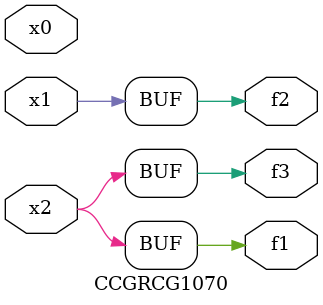
<source format=v>
module CCGRCG1070(
	input x0, x1, x2,
	output f1, f2, f3
);
	assign f1 = x2;
	assign f2 = x1;
	assign f3 = x2;
endmodule

</source>
